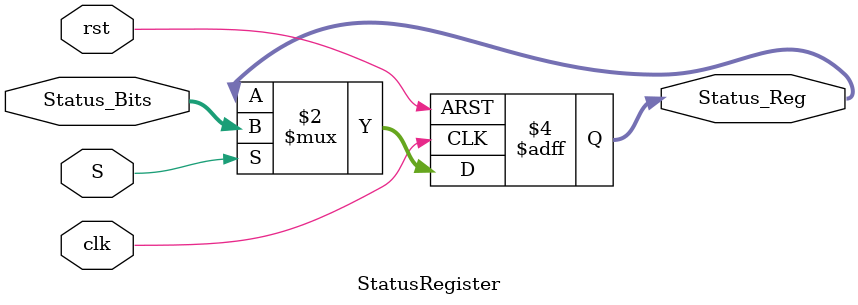
<source format=v>
module StatusRegister (
    input clk, rst, S, 
    input [3:0] Status_Bits,
    output reg [3:0] Status_Reg
);

  always @(negedge clk, posedge rst) begin
      if (rst) begin
          Status_Reg <= 4'b0;
      end else if(S) begin
          Status_Reg <= Status_Bits;
     	end
  end
    
endmodule



</source>
